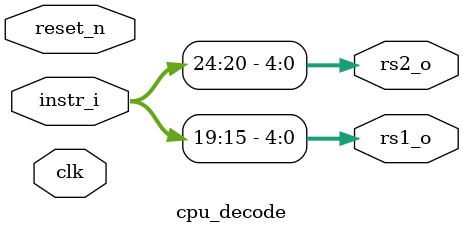
<source format=sv>
`default_nettype none

module cpu_decode
(
  input wire logic clk,
  input wire logic reset_n,

  input wire logic [31:0] instr_i,

  // rs1+rs2
  output logic [4:0] rs1_o,
  output logic [4:0] rs2_o
);

assign rs1_o = instr_i[19:15];
assign rs2_o = instr_i[24:20];

endmodule

</source>
